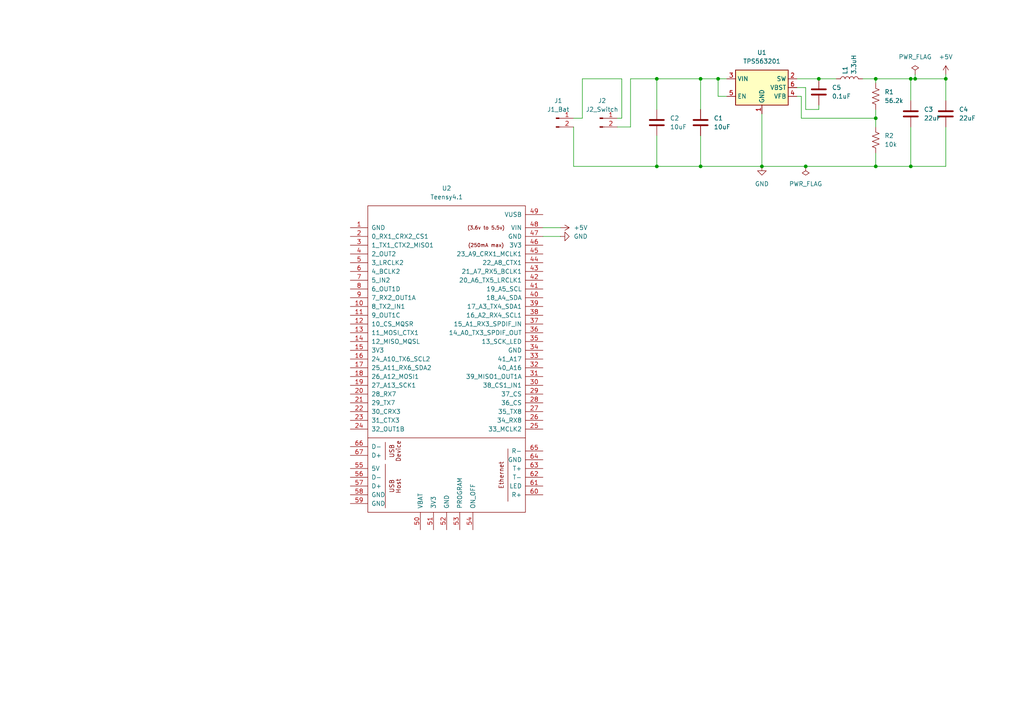
<source format=kicad_sch>
(kicad_sch (version 20250114) (generator "eeschema") (generator_version "9.0")
  (paper "A4")
  (title_block (title "Pronoia Sustainer") (date "2026-01-22") (rev "1.0") (company "Walla Walla University") (comment 1 "Prometheus Rocket Project"))
  (lib_symbols
    (symbol "Connector:Conn_01x02_Pin" (pin_names (offset 1.016) (hide yes))
      (property "Reference" "J" (at 0 2.54 0))
      (property "Value" "Conn_01x02_Pin" (at 0 -5.08 0))
      (symbol "Conn_01x02_Pin_1_1"
        (rectangle (start 0.8636 0.127) (end 0 -0.127) (stroke (width 0.1524)) (fill (type outline)))
        (rectangle (start 0.8636 -2.413) (end 0 -2.667) (stroke (width 0.1524)) (fill (type outline)))
        (polyline (pts (xy 1.27 0) (xy 0.8636 0)) (stroke (width 0.1524)))
        (polyline (pts (xy 1.27 -2.54) (xy 0.8636 -2.54)) (stroke (width 0.1524)))
        (pin passive line (at 5.08 0 180) (length 3.81) (name "Pin_1") (number "1"))
        (pin passive line (at 5.08 -2.54 180) (length 3.81) (name "Pin_2") (number "2"))
      )
    )
    (symbol "Device:C" (pin_numbers (hide yes)) (pin_names (offset 0.254))
      (property "Reference" "C" (at 0.635 2.54 0))
      (property "Value" "C" (at 0.635 -2.54 0))
      (symbol "C_0_1"
        (polyline (pts (xy -2.032 0.762) (xy 2.032 0.762)) (stroke (width 0.508)))
        (polyline (pts (xy -2.032 -0.762) (xy 2.032 -0.762)) (stroke (width 0.508)))
      )
      (symbol "C_1_1"
        (pin passive line (at 0 3.81 270) (length 2.794) (name "~") (number "1"))
        (pin passive line (at 0 -3.81 90) (length 2.794) (name "~") (number "2"))
      )
    )
    (symbol "Device:L" (pin_numbers (hide yes)) (pin_names (offset 1.016) (hide yes))
      (property "Reference" "L" (at -1.27 0 90))
      (property "Value" "L" (at 1.905 0 90))
      (symbol "L_0_1"
        (arc (start 0 2.54) (mid 0.6323 1.905) (end 0 1.27))
        (arc (start 0 1.27) (mid 0.6323 0.635) (end 0 0))
        (arc (start 0 0) (mid 0.6323 -0.635) (end 0 -1.27))
        (arc (start 0 -1.27) (mid 0.6323 -1.905) (end 0 -2.54))
      )
      (symbol "L_1_1"
        (pin passive line (at 0 3.81 270) (length 1.27) (name "1") (number "1"))
        (pin passive line (at 0 -3.81 90) (length 1.27) (name "2") (number "2"))
      )
    )
    (symbol "Device:R_US" (pin_numbers (hide yes)) (pin_names (offset 0))
      (property "Reference" "R" (at 2.54 0 90))
      (property "Value" "R_US" (at -2.54 0 90))
      (symbol "R_US_0_1"
        (polyline (pts (xy 0 2.286) (xy 0 2.54)))
        (polyline (pts (xy 0 2.286) (xy 1.016 1.905) (xy 0 1.524) (xy -1.016 1.143) (xy 0 0.762)))
        (polyline (pts (xy 0 0.762) (xy 1.016 0.381) (xy 0 0) (xy -1.016 -0.381) (xy 0 -0.762)))
        (polyline (pts (xy 0 -0.762) (xy 1.016 -1.143) (xy 0 -1.524) (xy -1.016 -1.905) (xy 0 -2.286)))
        (polyline (pts (xy 0 -2.286) (xy 0 -2.54)))
      )
      (symbol "R_US_1_1"
        (pin passive line (at 0 3.81 270) (length 1.27) (name "~") (number "1"))
        (pin passive line (at 0 -3.81 90) (length 1.27) (name "~") (number "2"))
      )
    )
    (symbol "Regulator_Switching:TPS563201"
      (property "Reference" "U" (at -7.62 6.35 0))
      (property "Value" "TPS563201" (at -2.54 6.35 0))
      (symbol "TPS563201_0_1"
        (rectangle (start -7.62 5.08) (end 7.62 -5.08) (stroke (width 0.254)) (fill (type background)))
      )
      (symbol "TPS563201_1_1"
        (pin power_in line (at -10.16 2.54 0) (length 2.54) (name "VIN") (number "3"))
        (pin input line (at -10.16 -2.54 0) (length 2.54) (name "EN") (number "5"))
        (pin power_in line (at 0 -7.62 90) (length 2.54) (name "GND") (number "1"))
        (pin output line (at 10.16 2.54 180) (length 2.54) (name "SW") (number "2"))
        (pin passive line (at 10.16 0 180) (length 2.54) (name "VBST") (number "6"))
        (pin input line (at 10.16 -2.54 180) (length 2.54) (name "VFB") (number "4"))
      )
    )
    (symbol "power:+5V" (power) (pin_numbers (hide yes)) (pin_names (offset 0) (hide yes))
      (property "Value" "+5V" (at 0 3.556 0))
      (symbol "+5V_0_1"
        (polyline (pts (xy -0.762 1.27) (xy 0 2.54)))
        (polyline (pts (xy 0 2.54) (xy 0.762 1.27)))
        (polyline (pts (xy 0 0) (xy 0 2.54)))
      )
      (symbol "+5V_1_1"
        (pin power_in line (at 0 0 90) (length 0) (name "~") (number "1"))
      )
    )
    (symbol "power:GND" (power) (pin_numbers (hide yes)) (pin_names (offset 0) (hide yes))
      (property "Value" "GND" (at 0 -3.81 0))
      (symbol "GND_0_1"
        (polyline (pts (xy 0 0) (xy 0 -1.27) (xy 1.27 -1.27) (xy 0 -2.54) (xy -1.27 -1.27) (xy 0 -1.27)))
      )
      (symbol "GND_1_1"
        (pin power_in line (at 0 0 270) (length 0) (name "~") (number "1"))
      )
    )
    (symbol "power:PWR_FLAG" (power) (pin_numbers (hide yes)) (pin_names (offset 0) (hide yes))
      (property "Value" "PWR_FLAG" (at 0 3.81 0))
      (symbol "PWR_FLAG_0_0"
        (pin power_out line (at 0 0 90) (length 0) (name "~") (number "1"))
      )
      (symbol "PWR_FLAG_0_1"
        (polyline (pts (xy 0 0) (xy 0 1.27) (xy -1.016 1.905) (xy 0 2.54) (xy 1.016 1.905) (xy 0 1.27)))
      )
    )
    (symbol "teensy:Teensy4.1" (pin_names (offset 1.016))
      (property "Reference" "U" (at 0 64.77 0))
      (property "Value" "Teensy4.1" (at 0 62.23 0))
      (symbol "Teensy4.1_0_0"
        (polyline (pts (xy -22.86 -6.35) (xy 22.86 -6.35)))
        (polyline (pts (xy -17.78 -7.62) (xy -17.78 -12.7)))
        (polyline (pts (xy -17.78 -26.67) (xy -17.78 -13.97)))
        (polyline (pts (xy 17.78 -9.525) (xy 17.78 -24.765)))
        (text "USB" (at -15.875 -10.16 900) (effects (font (size 1.27 1.27))))
        (text "USB" (at -15.875 -20.32 900) (effects (font (size 1.27 1.27))))
        (text "Device" (at -13.97 -10.16 900) (effects (font (size 1.27 1.27))))
        (text "Host" (at -13.97 -20.32 900) (effects (font (size 1.27 1.27))))
        (text "(3.6v to 5.5v)" (at 11.43 54.61 0) (effects (font (size 1.016 1.016))))
        (text "(250mA max)" (at 11.43 49.53 0) (effects (font (size 1.016 1.016))))
        (text "Ethernet" (at 15.875 -17.145 900) (effects (font (size 1.27 1.27))))
        (pin bidirectional line (at -27.94 44.45 0) (length 5.08) (name "3_LRCLK2") (number "5"))
        (pin bidirectional line (at -27.94 41.91 0) (length 5.08) (name "4_BCLK2") (number "6"))
        (pin bidirectional line (at -27.94 39.37 0) (length 5.08) (name "5_IN2") (number "7"))
        (pin bidirectional line (at -27.94 36.83 0) (length 5.08) (name "6_OUT1D") (number "8"))
        (pin bidirectional line (at -27.94 34.29 0) (length 5.08) (name "7_RX2_OUT1A") (number "9"))
        (pin bidirectional line (at -27.94 31.75 0) (length 5.08) (name "8_TX2_IN1") (number "10"))
        (pin bidirectional line (at -27.94 29.21 0) (length 5.08) (name "9_OUT1C") (number "11"))
        (pin bidirectional line (at -27.94 26.67 0) (length 5.08) (name "10_CS_MQSR") (number "12"))
        (pin bidirectional line (at -27.94 24.13 0) (length 5.08) (name "11_MOSI_CTX1") (number "13"))
        (pin bidirectional line (at -27.94 21.59 0) (length 5.08) (name "12_MISO_MQSL") (number "14"))
        (pin power_in line (at -27.94 19.05 0) (length 5.08) (name "3V3") (number "15"))
        (pin bidirectional line (at -27.94 16.51 0) (length 5.08) (name "24_A10_TX6_SCL2") (number "16"))
        (pin bidirectional line (at -27.94 13.97 0) (length 5.08) (name "25_A11_RX6_SDA2") (number "17"))
        (pin bidirectional line (at -27.94 11.43 0) (length 5.08) (name "26_A12_MOSI1") (number "18"))
        (pin bidirectional line (at -27.94 8.89 0) (length 5.08) (name "27_A13_SCK1") (number "19"))
        (pin bidirectional line (at -27.94 6.35 0) (length 5.08) (name "28_RX7") (number "20"))
        (pin bidirectional line (at -27.94 3.81 0) (length 5.08) (name "29_TX7") (number "21"))
        (pin bidirectional line (at -27.94 1.27 0) (length 5.08) (name "30_CRX3") (number "22"))
        (pin bidirectional line (at -27.94 -1.27 0) (length 5.08) (name "31_CTX3") (number "23"))
        (pin bidirectional line (at -27.94 -3.81 0) (length 5.08) (name "32_OUT1B") (number "24"))
        (pin bidirectional line (at -27.94 -8.89 0) (length 5.08) (name "D-") (number "66"))
        (pin bidirectional line (at -27.94 -11.43 0) (length 5.08) (name "D+") (number "67"))
        (pin power_out line (at -27.94 -15.24 0) (length 5.08) (name "5V") (number "55"))
        (pin bidirectional line (at -27.94 -17.78 0) (length 5.08) (name "D-") (number "56"))
        (pin bidirectional line (at -27.94 -20.32 0) (length 5.08) (name "D+") (number "57"))
        (pin power_in line (at -27.94 -22.86 0) (length 5.08) (name "GND") (number "58"))
        (pin power_in line (at -27.94 -25.4 0) (length 5.08) (name "GND") (number "59"))
        (pin power_in line (at -7.62 -33.02 90) (length 5.08) (name "VBAT") (number "50"))
        (pin power_in line (at -3.81 -33.02 90) (length 5.08) (name "3V3") (number "51"))
        (pin input line (at 0 -33.02 90) (length 5.08) (name "GND") (number "52"))
        (pin input line (at 3.81 -33.02 90) (length 5.08) (name "PROGRAM") (number "53"))
        (pin input line (at 7.62 -33.02 90) (length 5.08) (name "ON_OFF") (number "54"))
        (pin power_out line (at 27.94 58.42 180) (length 5.08) (name "VUSB") (number "49"))
        (pin power_in line (at 27.94 54.61 180) (length 5.08) (name "VIN") (number "48"))
        (pin output line (at 27.94 52.07 180) (length 5.08) (name "GND") (number "47"))
        (pin output line (at 27.94 49.53 180) (length 5.08) (name "3V3") (number "46"))
        (pin bidirectional line (at 27.94 46.99 180) (length 5.08) (name "23_A9_CRX1_MCLK1") (number "45"))
        (pin bidirectional line (at 27.94 44.45 180) (length 5.08) (name "22_A8_CTX1") (number "44"))
        (pin bidirectional line (at 27.94 41.91 180) (length 5.08) (name "21_A7_RX5_BCLK1") (number "43"))
        (pin bidirectional line (at 27.94 39.37 180) (length 5.08) (name "20_A6_TX5_LRCLK1") (number "42"))
        (pin bidirectional line (at 27.94 36.83 180) (length 5.08) (name "19_A5_SCL") (number "41"))
        (pin bidirectional line (at 27.94 34.29 180) (length 5.08) (name "18_A4_SDA") (number "40"))
        (pin bidirectional line (at 27.94 31.75 180) (length 5.08) (name "17_A3_TX4_SDA1") (number "39"))
        (pin bidirectional line (at 27.94 29.21 180) (length 5.08) (name "16_A2_RX4_SCL1") (number "38"))
        (pin bidirectional line (at 27.94 26.67 180) (length 5.08) (name "15_A1_RX3_SPDIF_IN") (number "37"))
        (pin bidirectional line (at 27.94 24.13 180) (length 5.08) (name "14_A0_TX3_SPDIF_OUT") (number "36"))
        (pin bidirectional line (at 27.94 21.59 180) (length 5.08) (name "13_SCK_LED") (number "35"))
        (pin bidirectional line (at 27.94 16.51 180) (length 5.08) (name "41_A17") (number "33"))
        (pin bidirectional line (at 27.94 13.97 180) (length 5.08) (name "40_A16") (number "32"))
        (pin bidirectional line (at 27.94 11.43 180) (length 5.08) (name "39_MISO1_OUT1A") (number "31"))
        (pin bidirectional line (at 27.94 8.89 180) (length 5.08) (name "38_CS1_IN1") (number "30"))
        (pin bidirectional line (at 27.94 6.35 180) (length 5.08) (name "37_CS") (number "29"))
        (pin bidirectional line (at 27.94 3.81 180) (length 5.08) (name "36_CS") (number "28"))
        (pin bidirectional line (at 27.94 1.27 180) (length 5.08) (name "35_TX8") (number "27"))
        (pin bidirectional line (at 27.94 -1.27 180) (length 5.08) (name "34_RX8") (number "26"))
        (pin bidirectional line (at 27.94 -3.81 180) (length 5.08) (name "33_MCLK2") (number "25"))
        (pin bidirectional line (at 27.94 -10.16 180) (length 5.08) (name "R-") (number "65"))
        (pin power_in line (at 27.94 -12.7 180) (length 5.08) (name "GND") (number "64"))
        (pin bidirectional line (at 27.94 -15.24 180) (length 5.08) (name "T+") (number "63"))
        (pin bidirectional line (at 27.94 -17.78 180) (length 5.08) (name "T-") (number "62"))
        (pin bidirectional line (at 27.94 -20.32 180) (length 5.08) (name "LED") (number "61"))
        (pin bidirectional line (at 27.94 -22.86 180) (length 5.08) (name "R+") (number "60"))
      )
      (symbol "Teensy4.1_0_1"
        (rectangle (start -22.86 60.96) (end 22.86 -27.94))
        (rectangle (start -20.32 -1.27) (end -20.32 -1.27))
      )
      (symbol "Teensy4.1_1_1"
        (pin power_in line (at -27.94 54.61 0) (length 5.08) (name "GND") (number "1"))
        (pin bidirectional line (at -27.94 52.07 0) (length 5.08) (name "0_RX1_CRX2_CS1") (number "2"))
        (pin bidirectional line (at -27.94 49.53 0) (length 5.08) (name "1_TX1_CTX2_MISO1") (number "3"))
        (pin bidirectional line (at -27.94 46.99 0) (length 5.08) (name "2_OUT2") (number "4"))
        (pin power_in line (at 27.94 19.05 180) (length 5.08) (name "GND") (number "34"))
      )
    )
  )
  (junction (at 203.2 48.26))
  (junction (at 264.16 48.26))
  (junction (at 220.98 48.26))
  (junction (at 208.28 22.86))
  (junction (at 190.5 22.86))
  (junction (at 233.68 48.26))
  (junction (at 264.16 22.86))
  (junction (at 265.43 22.86))
  (junction (at 254 22.86))
  (junction (at 237.49 22.86))
  (junction (at 274.32 22.86))
  (junction (at 254 34.29))
  (junction (at 190.5 48.26))
  (junction (at 203.2 22.86))
  (junction (at 254 48.26))
  (wire (pts (xy 264.16 36.83) (xy 264.16 48.26)))
  (wire (pts (xy 274.32 36.83) (xy 274.32 48.26)))
  (wire (pts (xy 179.07 36.83) (xy 182.88 36.83)))
  (wire (pts (xy 182.88 36.83) (xy 182.88 22.86)))
  (wire (pts (xy 265.43 22.86) (xy 274.32 22.86)))
  (wire (pts (xy 157.48 66.04) (xy 162.56 66.04)))
  (wire (pts (xy 190.5 22.86) (xy 203.2 22.86)))
  (wire (pts (xy 254 22.86) (xy 264.16 22.86)))
  (wire (pts (xy 254 31.75) (xy 254 34.29)))
  (wire (pts (xy 264.16 29.21) (xy 264.16 22.86)))
  (wire (pts (xy 203.2 22.86) (xy 208.28 22.86)))
  (wire (pts (xy 190.5 39.37) (xy 190.5 48.26)))
  (wire (pts (xy 220.98 48.26) (xy 233.68 48.26)))
  (wire (pts (xy 208.28 27.94) (xy 210.82 27.94)))
  (wire (pts (xy 220.98 33.02) (xy 220.98 48.26)))
  (wire (pts (xy 254 34.29) (xy 254 36.83)))
  (wire (pts (xy 264.16 48.26) (xy 254 48.26)))
  (wire (pts (xy 254 22.86) (xy 254 24.13)))
  (wire (pts (xy 274.32 29.21) (xy 274.32 22.86)))
  (wire (pts (xy 265.43 21.59) (xy 265.43 22.86)))
  (wire (pts (xy 264.16 48.26) (xy 274.32 48.26)))
  (wire (pts (xy 232.41 34.29) (xy 254 34.29)))
  (wire (pts (xy 274.32 21.59) (xy 274.32 22.86)))
  (wire (pts (xy 180.34 34.29) (xy 179.07 34.29)))
  (wire (pts (xy 168.91 34.29) (xy 168.91 22.86)))
  (wire (pts (xy 168.91 22.86) (xy 180.34 22.86)))
  (wire (pts (xy 208.28 22.86) (xy 210.82 22.86)))
  (wire (pts (xy 220.98 48.26) (xy 203.2 48.26)))
  (wire (pts (xy 182.88 22.86) (xy 190.5 22.86)))
  (wire (pts (xy 157.48 68.58) (xy 162.56 68.58)))
  (wire (pts (xy 231.14 27.94) (xy 232.41 27.94)))
  (wire (pts (xy 254 44.45) (xy 254 48.26)))
  (wire (pts (xy 203.2 39.37) (xy 203.2 48.26)))
  (wire (pts (xy 233.68 25.4) (xy 233.68 31.75)))
  (wire (pts (xy 264.16 22.86) (xy 265.43 22.86)))
  (wire (pts (xy 231.14 25.4) (xy 233.68 25.4)))
  (wire (pts (xy 203.2 22.86) (xy 203.2 31.75)))
  (wire (pts (xy 231.14 22.86) (xy 237.49 22.86)))
  (wire (pts (xy 233.68 31.75) (xy 237.49 31.75)))
  (wire (pts (xy 233.68 48.26) (xy 254 48.26)))
  (wire (pts (xy 190.5 31.75) (xy 190.5 22.86)))
  (wire (pts (xy 190.5 48.26) (xy 203.2 48.26)))
  (wire (pts (xy 180.34 22.86) (xy 180.34 34.29)))
  (wire (pts (xy 166.37 34.29) (xy 168.91 34.29)))
  (wire (pts (xy 237.49 22.86) (xy 242.57 22.86)))
  (wire (pts (xy 250.19 22.86) (xy 254 22.86)))
  (wire (pts (xy 232.41 27.94) (xy 232.41 34.29)))
  (wire (pts (xy 237.49 31.75) (xy 237.49 30.48)))
  (wire (pts (xy 208.28 22.86) (xy 208.28 27.94)))
  (wire (pts (xy 166.37 36.83) (xy 166.37 48.26)))
  (wire (pts (xy 166.37 48.26) (xy 190.5 48.26)))
  (symbol (lib_id "Device:C") (at 264.16 33.02 180) (unit 1)
    (property "Reference" "C3" (at 267.97 31.7499 0) (effects (justify right)))
    (property "Value" "22uF" (at 267.97 34.2899 0) (effects (justify right)))
    (property "Description" "Unpolarized capacitor" (effects (hide yes)))
  )
  (symbol (lib_id "power:PWR_FLAG") (at 265.43 21.59 0) (unit 1)
    (property "Reference" "#FLG01" (effects (hide yes)))
    (property "Value" "PWR_FLAG" (at 265.43 16.51 0))
    (property "Description" "Special symbol for telling ERC where power comes from" (effects (hide yes)))
  )
  (symbol (lib_id "Device:C") (at 203.2 35.56 0) (unit 1)
    (property "Reference" "C1" (at 207.01 34.2899 0) (effects (justify left)))
    (property "Value" "10uF" (at 207.01 36.8299 0) (effects (justify left)))
    (property "Description" "Unpolarized capacitor" (effects (hide yes)))
  )
  (symbol (lib_id "Connector:Conn_01x02_Pin") (at 161.29 34.29 0) (unit 1)
    (property "Reference" "J1" (at 161.925 29.21 0))
    (property "Value" "J1_Bat" (at 161.925 31.75 0))
    (property "Description" "Generic connector, single row, 01x02, script generated" (effects (hide yes)))
  )
  (symbol (lib_id "Device:R_US") (at 254 40.64 0) (unit 1)
    (property "Reference" "R2" (at 256.54 39.3699 0) (effects (justify left)))
    (property "Value" "10k" (at 256.54 41.9099 0) (effects (justify left)))
    (property "Description" "Resistor, US symbol" (effects (hide yes)))
  )
  (symbol (lib_id "Device:L") (at 246.38 22.86 90) (unit 1)
    (property "Reference" "L1" (at 245.1099 21.59 0) (effects (justify left)))
    (property "Value" "3.3uH" (at 247.6499 21.59 0) (effects (justify left)))
    (property "Description" "Inductor" (effects (hide yes)))
  )
  (symbol (lib_id "power:+5V") (at 162.56 66.04 270) (unit 1)
    (property "Reference" "#PWR03" (effects (hide yes)))
    (property "Value" "+5V" (at 166.37 66.0399 90) (effects (justify left)))
    (property "Description" "Power symbol creates a global label with name \"+5V\"" (effects (hide yes)))
  )
  (symbol (lib_id "power:GND") (at 162.56 68.58 90) (unit 1)
    (property "Reference" "#PWR04" (effects (hide yes)))
    (property "Value" "GND" (at 166.37 68.5799 90) (effects (justify right)))
    (property "Description" "Power symbol creates a global label with name \"GND\" , ground" (effects (hide yes)))
  )
  (symbol (lib_id "Device:C") (at 237.49 26.67 0) (unit 1)
    (property "Reference" "C5" (at 241.3 25.3999 0) (effects (justify left)))
    (property "Value" "0.1uF" (at 241.3 27.9399 0) (effects (justify left)))
    (property "Description" "Unpolarized capacitor" (effects (hide yes)))
  )
  (symbol (lib_id "Device:R_US") (at 254 27.94 0) (unit 1)
    (property "Reference" "R1" (at 256.54 26.6699 0) (effects (justify left)))
    (property "Value" "56.2k" (at 256.54 29.2099 0) (effects (justify left)))
    (property "Description" "Resistor, US symbol" (effects (hide yes)))
  )
  (symbol (lib_id "Regulator_Switching:TPS563201") (at 220.98 25.4 0) (unit 1)
    (property "Reference" "U1" (at 220.98 15.24 0))
    (property "Value" "TPS563201" (at 220.98 17.78 0))
    (property "Footprint" "Package_TO_SOT_SMD:SOT-23-6" (effects (hide yes)))
    (property "Datasheet" "https://www.ti.com/lit/ds/symlink/tps563201.pdf" (effects (hide yes)))
    (property "Description" "3A Synchronous Step-Down Voltage Regulator, 4.5-17V Input Voltage, 0.76V to 7V Output Voltage, Eco mode, SOT-23-6" (effects (hide yes)))
  )
  (symbol (lib_id "power:PWR_FLAG") (at 233.68 48.26 180) (unit 1)
    (property "Reference" "#FLG02" (effects (hide yes)))
    (property "Value" "PWR_FLAG" (at 233.68 53.34 0))
    (property "Description" "Special symbol for telling ERC where power comes from" (effects (hide yes)))
  )
  (symbol (lib_id "Device:C") (at 190.5 35.56 180) (unit 1)
    (property "Reference" "C2" (at 194.31 34.2899 0) (effects (justify right)))
    (property "Value" "10uF" (at 194.31 36.8299 0) (effects (justify right)))
    (property "Description" "Unpolarized capacitor" (effects (hide yes)))
  )
  (symbol (lib_id "Device:C") (at 274.32 33.02 0) (unit 1)
    (property "Reference" "C4" (at 278.13 31.7499 0) (effects (justify left)))
    (property "Value" "22uF" (at 278.13 34.2899 0) (effects (justify left)))
    (property "Description" "Unpolarized capacitor" (effects (hide yes)))
  )
  (symbol (lib_id "power:+5V") (at 274.32 21.59 0) (unit 1)
    (property "Reference" "#PWR02" (effects (hide yes)))
    (property "Value" "+5V" (at 274.32 16.51 0))
    (property "Description" "Power symbol creates a global label with name \"+5V\"" (effects (hide yes)))
  )
  (symbol (lib_id "power:GND") (at 220.98 48.26 0) (unit 1)
    (property "Reference" "#PWR01" (effects (hide yes)))
    (property "Value" "GND" (at 220.98 53.34 0))
    (property "Description" "Power symbol creates a global label with name \"GND\" , ground" (effects (hide yes)))
  )
  (symbol (lib_id "teensy:Teensy4.1") (at 129.54 120.65 0) (unit 1)
    (property "Reference" "U2" (at 129.54 54.61 0))
    (property "Value" "Teensy4.1" (at 129.54 57.15 0))
  )
  (symbol (lib_id "Connector:Conn_01x02_Pin") (at 173.99 34.29 0) (unit 1)
    (property "Reference" "J2" (at 174.625 29.21 0))
    (property "Value" "J2_Switch" (at 174.625 31.75 0))
    (property "Description" "Generic connector, single row, 01x02, script generated" (effects (hide yes)))
  )
)
</source>
